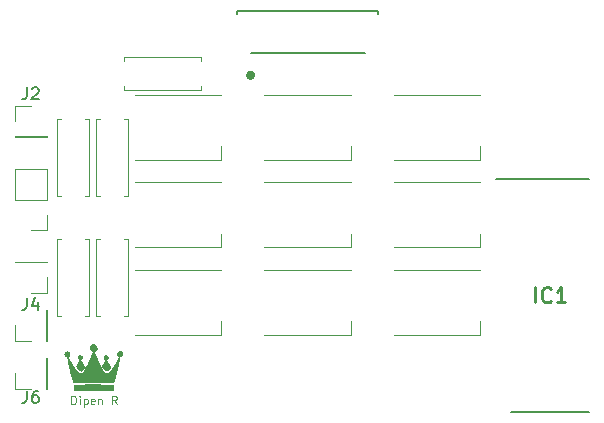
<source format=gbr>
%TF.GenerationSoftware,KiCad,Pcbnew,(6.0.5)*%
%TF.CreationDate,2022-11-09T18:14:35+05:30*%
%TF.ProjectId,USBNightLightV1,5553424e-6967-4687-944c-696768745631,rev?*%
%TF.SameCoordinates,Original*%
%TF.FileFunction,Legend,Top*%
%TF.FilePolarity,Positive*%
%FSLAX46Y46*%
G04 Gerber Fmt 4.6, Leading zero omitted, Abs format (unit mm)*
G04 Created by KiCad (PCBNEW (6.0.5)) date 2022-11-09 18:14:35*
%MOMM*%
%LPD*%
G01*
G04 APERTURE LIST*
%ADD10C,0.125000*%
%ADD11C,0.150000*%
%ADD12C,0.254000*%
%ADD13C,0.120000*%
%ADD14C,0.200000*%
%ADD15C,0.400000*%
G04 APERTURE END LIST*
D10*
X123576000Y-101154666D02*
X123576000Y-100454666D01*
X123742666Y-100454666D01*
X123842666Y-100488000D01*
X123909333Y-100554666D01*
X123942666Y-100621333D01*
X123976000Y-100754666D01*
X123976000Y-100854666D01*
X123942666Y-100988000D01*
X123909333Y-101054666D01*
X123842666Y-101121333D01*
X123742666Y-101154666D01*
X123576000Y-101154666D01*
X124276000Y-101154666D02*
X124276000Y-100688000D01*
X124276000Y-100454666D02*
X124242666Y-100488000D01*
X124276000Y-100521333D01*
X124309333Y-100488000D01*
X124276000Y-100454666D01*
X124276000Y-100521333D01*
X124609333Y-100688000D02*
X124609333Y-101388000D01*
X124609333Y-100721333D02*
X124676000Y-100688000D01*
X124809333Y-100688000D01*
X124876000Y-100721333D01*
X124909333Y-100754666D01*
X124942666Y-100821333D01*
X124942666Y-101021333D01*
X124909333Y-101088000D01*
X124876000Y-101121333D01*
X124809333Y-101154666D01*
X124676000Y-101154666D01*
X124609333Y-101121333D01*
X125509333Y-101121333D02*
X125442666Y-101154666D01*
X125309333Y-101154666D01*
X125242666Y-101121333D01*
X125209333Y-101054666D01*
X125209333Y-100788000D01*
X125242666Y-100721333D01*
X125309333Y-100688000D01*
X125442666Y-100688000D01*
X125509333Y-100721333D01*
X125542666Y-100788000D01*
X125542666Y-100854666D01*
X125209333Y-100921333D01*
X125842666Y-100688000D02*
X125842666Y-101154666D01*
X125842666Y-100754666D02*
X125876000Y-100721333D01*
X125942666Y-100688000D01*
X126042666Y-100688000D01*
X126109333Y-100721333D01*
X126142666Y-100788000D01*
X126142666Y-101154666D01*
X127409333Y-101154666D02*
X127176000Y-100821333D01*
X127009333Y-101154666D02*
X127009333Y-100454666D01*
X127276000Y-100454666D01*
X127342666Y-100488000D01*
X127376000Y-100521333D01*
X127409333Y-100588000D01*
X127409333Y-100688000D01*
X127376000Y-100754666D01*
X127342666Y-100788000D01*
X127276000Y-100821333D01*
X127009333Y-100821333D01*
D11*
%TO.C,J4*%
X119808666Y-92162380D02*
X119808666Y-92876666D01*
X119761047Y-93019523D01*
X119665809Y-93114761D01*
X119522952Y-93162380D01*
X119427714Y-93162380D01*
X120713428Y-92495714D02*
X120713428Y-93162380D01*
X120475333Y-92114761D02*
X120237238Y-92829047D01*
X120856285Y-92829047D01*
D12*
%TO.C,IC1*%
X162844238Y-92522523D02*
X162844238Y-91252523D01*
X164174714Y-92401571D02*
X164114238Y-92462047D01*
X163932809Y-92522523D01*
X163811857Y-92522523D01*
X163630428Y-92462047D01*
X163509476Y-92341095D01*
X163449000Y-92220142D01*
X163388523Y-91978238D01*
X163388523Y-91796809D01*
X163449000Y-91554904D01*
X163509476Y-91433952D01*
X163630428Y-91313000D01*
X163811857Y-91252523D01*
X163932809Y-91252523D01*
X164114238Y-91313000D01*
X164174714Y-91373476D01*
X165384238Y-92522523D02*
X164658523Y-92522523D01*
X165021380Y-92522523D02*
X165021380Y-91252523D01*
X164900428Y-91433952D01*
X164779476Y-91554904D01*
X164658523Y-91615380D01*
D11*
%TO.C,J2*%
X119808666Y-74338380D02*
X119808666Y-75052666D01*
X119761047Y-75195523D01*
X119665809Y-75290761D01*
X119522952Y-75338380D01*
X119427714Y-75338380D01*
X120237238Y-74433619D02*
X120284857Y-74386000D01*
X120380095Y-74338380D01*
X120618190Y-74338380D01*
X120713428Y-74386000D01*
X120761047Y-74433619D01*
X120808666Y-74528857D01*
X120808666Y-74624095D01*
X120761047Y-74766952D01*
X120189619Y-75338380D01*
X120808666Y-75338380D01*
%TO.C,J6*%
X119808666Y-100036380D02*
X119808666Y-100750666D01*
X119761047Y-100893523D01*
X119665809Y-100988761D01*
X119522952Y-101036380D01*
X119427714Y-101036380D01*
X120713428Y-100036380D02*
X120522952Y-100036380D01*
X120427714Y-100084000D01*
X120380095Y-100131619D01*
X120284857Y-100274476D01*
X120237238Y-100464952D01*
X120237238Y-100845904D01*
X120284857Y-100941142D01*
X120332476Y-100988761D01*
X120427714Y-101036380D01*
X120618190Y-101036380D01*
X120713428Y-100988761D01*
X120761047Y-100941142D01*
X120808666Y-100845904D01*
X120808666Y-100607809D01*
X120761047Y-100512571D01*
X120713428Y-100464952D01*
X120618190Y-100417333D01*
X120427714Y-100417333D01*
X120332476Y-100464952D01*
X120284857Y-100512571D01*
X120237238Y-100607809D01*
D13*
%TO.C,D5*%
X139919000Y-82363000D02*
X147219000Y-82363000D01*
X147219000Y-87863000D02*
X147219000Y-86713000D01*
X139919000Y-87863000D02*
X147219000Y-87863000D01*
%TO.C,D3*%
X158178000Y-80463000D02*
X158178000Y-79313000D01*
X150878000Y-80463000D02*
X158178000Y-80463000D01*
X150878000Y-74963000D02*
X158178000Y-74963000D01*
%TO.C,J5*%
X121472000Y-83825000D02*
X121472000Y-81225000D01*
X121472000Y-81225000D02*
X118812000Y-81225000D01*
X121472000Y-85095000D02*
X121472000Y-86425000D01*
X121472000Y-83825000D02*
X118812000Y-83825000D01*
X121472000Y-86425000D02*
X120142000Y-86425000D01*
X118812000Y-83825000D02*
X118812000Y-81225000D01*
%TO.C,D4*%
X136260000Y-87863000D02*
X136260000Y-86713000D01*
X128960000Y-87863000D02*
X136260000Y-87863000D01*
X128960000Y-82363000D02*
X136260000Y-82363000D01*
%TO.C,D8*%
X147219000Y-95263000D02*
X147219000Y-94113000D01*
X139919000Y-95263000D02*
X147219000Y-95263000D01*
X139919000Y-89763000D02*
X147219000Y-89763000D01*
%TO.C,D2*%
X139919000Y-80463000D02*
X147219000Y-80463000D01*
X147219000Y-80463000D02*
X147219000Y-79313000D01*
X139919000Y-74963000D02*
X147219000Y-74963000D01*
%TO.C,R3*%
X128040000Y-83534000D02*
X128370000Y-83534000D01*
X128370000Y-83534000D02*
X128370000Y-76994000D01*
X128370000Y-76994000D02*
X128040000Y-76994000D01*
X125630000Y-83534000D02*
X125630000Y-76994000D01*
X125630000Y-76994000D02*
X125960000Y-76994000D01*
X125960000Y-83534000D02*
X125630000Y-83534000D01*
%TO.C,J4*%
X121412000Y-93158000D02*
X121472000Y-93158000D01*
X121472000Y-95818000D02*
X121472000Y-93158000D01*
X120142000Y-95818000D02*
X118812000Y-95818000D01*
X121412000Y-95818000D02*
X121472000Y-95818000D01*
X121412000Y-95818000D02*
X121412000Y-93158000D01*
X118812000Y-95818000D02*
X118812000Y-94488000D01*
D14*
%TO.C,IC1*%
X159549000Y-82103000D02*
X167384000Y-82103000D01*
X160784000Y-101793000D02*
X167384000Y-101793000D01*
D13*
%TO.C,J3*%
X121472000Y-89154000D02*
X118812000Y-89154000D01*
X121472000Y-89154000D02*
X121472000Y-89094000D01*
X121472000Y-90424000D02*
X121472000Y-91754000D01*
X121472000Y-89094000D02*
X118812000Y-89094000D01*
X121472000Y-91754000D02*
X120142000Y-91754000D01*
X118812000Y-89154000D02*
X118812000Y-89094000D01*
%TO.C,R4*%
X122328000Y-87154000D02*
X122658000Y-87154000D01*
X125068000Y-93694000D02*
X125068000Y-87154000D01*
X122328000Y-93694000D02*
X122328000Y-87154000D01*
X124738000Y-93694000D02*
X125068000Y-93694000D01*
X125068000Y-87154000D02*
X124738000Y-87154000D01*
X122658000Y-93694000D02*
X122328000Y-93694000D01*
%TO.C,J2*%
X118812000Y-75886000D02*
X120142000Y-75886000D01*
X118812000Y-78486000D02*
X118812000Y-78546000D01*
X118812000Y-77216000D02*
X118812000Y-75886000D01*
X118812000Y-78546000D02*
X121472000Y-78546000D01*
X121472000Y-78486000D02*
X121472000Y-78546000D01*
X118812000Y-78486000D02*
X121472000Y-78486000D01*
%TO.C,D9*%
X150878000Y-95263000D02*
X158178000Y-95263000D01*
X158178000Y-95263000D02*
X158178000Y-94113000D01*
X150878000Y-89763000D02*
X158178000Y-89763000D01*
%TO.C,D6*%
X158178000Y-87863000D02*
X158178000Y-86713000D01*
X150878000Y-82363000D02*
X158178000Y-82363000D01*
X150878000Y-87863000D02*
X158178000Y-87863000D01*
%TO.C,R2*%
X124738000Y-83534000D02*
X125068000Y-83534000D01*
X125068000Y-76994000D02*
X124738000Y-76994000D01*
X122658000Y-83534000D02*
X122328000Y-83534000D01*
X122328000Y-83534000D02*
X122328000Y-76994000D01*
X125068000Y-83534000D02*
X125068000Y-76994000D01*
X122328000Y-76994000D02*
X122658000Y-76994000D01*
%TO.C,R5*%
X134588000Y-74522000D02*
X134588000Y-74192000D01*
X134588000Y-71782000D02*
X134588000Y-72112000D01*
X128048000Y-72112000D02*
X128048000Y-71782000D01*
X128048000Y-74522000D02*
X134588000Y-74522000D01*
X128048000Y-71782000D02*
X134588000Y-71782000D01*
X128048000Y-74192000D02*
X128048000Y-74522000D01*
D14*
%TO.C,J1*%
X149538025Y-67831100D02*
X149538025Y-68110100D01*
X149538025Y-67831100D02*
X137600025Y-67831100D01*
X137600025Y-67831100D02*
X137600025Y-68110100D01*
X148395025Y-71463100D02*
X138743025Y-71463100D01*
D15*
X138936466Y-73317100D02*
G75*
G03*
X138936466Y-73317100I-193441J0D01*
G01*
%TO.C,G\u002A\u002A\u002A*%
G36*
X125537517Y-96065378D02*
G01*
X125595783Y-96082325D01*
X125649407Y-96109960D01*
X125696998Y-96147444D01*
X125737166Y-96193940D01*
X125759991Y-96231150D01*
X125786126Y-96293300D01*
X125799902Y-96356363D01*
X125801305Y-96419747D01*
X125790319Y-96482864D01*
X125768058Y-96542752D01*
X125749128Y-96575297D01*
X125723502Y-96608738D01*
X125693532Y-96640848D01*
X125661567Y-96669398D01*
X125629956Y-96692159D01*
X125601048Y-96706905D01*
X125591920Y-96709781D01*
X125575866Y-96717715D01*
X125570877Y-96731084D01*
X125575827Y-96748791D01*
X125581858Y-96762053D01*
X125588238Y-96776582D01*
X125595826Y-96794421D01*
X125605480Y-96817614D01*
X125618059Y-96848205D01*
X125634421Y-96888238D01*
X125635381Y-96890591D01*
X125653261Y-96934372D01*
X125667163Y-96968303D01*
X125677806Y-96994122D01*
X125685906Y-97013566D01*
X125692182Y-97028373D01*
X125694772Y-97034377D01*
X125699161Y-97044856D01*
X125707116Y-97064181D01*
X125717511Y-97089610D01*
X125729222Y-97118399D01*
X125729374Y-97118773D01*
X125745980Y-97159617D01*
X125758973Y-97191373D01*
X125769392Y-97216561D01*
X125778276Y-97237696D01*
X125783548Y-97250055D01*
X125795022Y-97276792D01*
X125803282Y-97295992D01*
X125810035Y-97311611D01*
X125816987Y-97327607D01*
X125818707Y-97331558D01*
X125825783Y-97347980D01*
X125836377Y-97372790D01*
X125849155Y-97402852D01*
X125862781Y-97435032D01*
X125865286Y-97440960D01*
X125879478Y-97474328D01*
X125893652Y-97507245D01*
X125906271Y-97536163D01*
X125915796Y-97557537D01*
X125916695Y-97559506D01*
X125928166Y-97584605D01*
X125941870Y-97614679D01*
X125954883Y-97643311D01*
X125955150Y-97643902D01*
X125968076Y-97672382D01*
X125981714Y-97702414D01*
X125993164Y-97727608D01*
X125993397Y-97728120D01*
X126001953Y-97746332D01*
X126014748Y-97772781D01*
X126030964Y-97805835D01*
X126049782Y-97843866D01*
X126070382Y-97885244D01*
X126091945Y-97928339D01*
X126113653Y-97971521D01*
X126134685Y-98013162D01*
X126154224Y-98051631D01*
X126171450Y-98085298D01*
X126185544Y-98112535D01*
X126195687Y-98131712D01*
X126200866Y-98140899D01*
X126211867Y-98158856D01*
X126221315Y-98175283D01*
X126229054Y-98188849D01*
X126241033Y-98209108D01*
X126255928Y-98233896D01*
X126272413Y-98261047D01*
X126289162Y-98288398D01*
X126304850Y-98313785D01*
X126318151Y-98335043D01*
X126327739Y-98350008D01*
X126332289Y-98356515D01*
X126332357Y-98356577D01*
X126337534Y-98362684D01*
X126348239Y-98376462D01*
X126362612Y-98395495D01*
X126370861Y-98406589D01*
X126412466Y-98457737D01*
X126454535Y-98499676D01*
X126496030Y-98531527D01*
X126535909Y-98552409D01*
X126548512Y-98556736D01*
X126566242Y-98560630D01*
X126583035Y-98560281D01*
X126604573Y-98555427D01*
X126609810Y-98553934D01*
X126644603Y-98540595D01*
X126682340Y-98520854D01*
X126717629Y-98497624D01*
X126726000Y-98491162D01*
X126743644Y-98475688D01*
X126767352Y-98453063D01*
X126794948Y-98425537D01*
X126824259Y-98395364D01*
X126853109Y-98364794D01*
X126879323Y-98336078D01*
X126900726Y-98311470D01*
X126907326Y-98303439D01*
X126924503Y-98282234D01*
X126938878Y-98264836D01*
X126948600Y-98253467D01*
X126951624Y-98250301D01*
X126956457Y-98244367D01*
X126967291Y-98229842D01*
X126982954Y-98208372D01*
X127002273Y-98181607D01*
X127024076Y-98151193D01*
X127047191Y-98118779D01*
X127070445Y-98086013D01*
X127092668Y-98054542D01*
X127112685Y-98026014D01*
X127129326Y-98002077D01*
X127141417Y-97984379D01*
X127147788Y-97974568D01*
X127147875Y-97974419D01*
X127152726Y-97966385D01*
X127163226Y-97949223D01*
X127178447Y-97924441D01*
X127197464Y-97893545D01*
X127219350Y-97858041D01*
X127243178Y-97819437D01*
X127243187Y-97819422D01*
X127266647Y-97781323D01*
X127287792Y-97746761D01*
X127305774Y-97717141D01*
X127319742Y-97693871D01*
X127328849Y-97678355D01*
X127332244Y-97672001D01*
X127332250Y-97671958D01*
X127335274Y-97665480D01*
X127343337Y-97651042D01*
X127354919Y-97631330D01*
X127359647Y-97623478D01*
X127375510Y-97596829D01*
X127391645Y-97568966D01*
X127404772Y-97545558D01*
X127405687Y-97543877D01*
X127418961Y-97519486D01*
X127432736Y-97494317D01*
X127439866Y-97481362D01*
X127449363Y-97463929D01*
X127462681Y-97439176D01*
X127477814Y-97410842D01*
X127488500Y-97390715D01*
X127503440Y-97362567D01*
X127517715Y-97335806D01*
X127529429Y-97313975D01*
X127535273Y-97303193D01*
X127559041Y-97259541D01*
X127578553Y-97223301D01*
X127593367Y-97195309D01*
X127603042Y-97176399D01*
X127607138Y-97167406D01*
X127607250Y-97166885D01*
X127602407Y-97161938D01*
X127590210Y-97153388D01*
X127583812Y-97149396D01*
X127557446Y-97129424D01*
X127531470Y-97102691D01*
X127507800Y-97071994D01*
X127488349Y-97040130D01*
X127475034Y-97009898D01*
X127469768Y-96984094D01*
X127469750Y-96982744D01*
X127467934Y-96963679D01*
X127464225Y-96946261D01*
X127462088Y-96925259D01*
X127464320Y-96896737D01*
X127470165Y-96864577D01*
X127478871Y-96832665D01*
X127489683Y-96804886D01*
X127492897Y-96798540D01*
X127510051Y-96772223D01*
X127532797Y-96744623D01*
X127557918Y-96719119D01*
X127582198Y-96699086D01*
X127595410Y-96690899D01*
X127648636Y-96670474D01*
X127703805Y-96662127D01*
X127759537Y-96665882D01*
X127814448Y-96681763D01*
X127826000Y-96686757D01*
X127843502Y-96697838D01*
X127865501Y-96716019D01*
X127889053Y-96738354D01*
X127911211Y-96761900D01*
X127929031Y-96783710D01*
X127939171Y-96799944D01*
X127960446Y-96858647D01*
X127969424Y-96915387D01*
X127966121Y-96970342D01*
X127959206Y-96999444D01*
X127942194Y-97040692D01*
X127917360Y-97081270D01*
X127887603Y-97117029D01*
X127860557Y-97140571D01*
X127834310Y-97156878D01*
X127805065Y-97171194D01*
X127776841Y-97181828D01*
X127753660Y-97187088D01*
X127749303Y-97187364D01*
X127740978Y-97190248D01*
X127734079Y-97199809D01*
X127727800Y-97217853D01*
X127721337Y-97246183D01*
X127719964Y-97253181D01*
X127714181Y-97280487D01*
X127707384Y-97308845D01*
X127703743Y-97322497D01*
X127698524Y-97343594D01*
X127695279Y-97361789D01*
X127694750Y-97368421D01*
X127693161Y-97382553D01*
X127689113Y-97402869D01*
X127686178Y-97414759D01*
X127679469Y-97441185D01*
X127672821Y-97469211D01*
X127670807Y-97478236D01*
X127665592Y-97501982D01*
X127659257Y-97530511D01*
X127654865Y-97550129D01*
X127648849Y-97577395D01*
X127641847Y-97609900D01*
X127635370Y-97640630D01*
X127635339Y-97640776D01*
X127628993Y-97670786D01*
X127622220Y-97701952D01*
X127616455Y-97727670D01*
X127616311Y-97728298D01*
X127605107Y-97777316D01*
X127594850Y-97822983D01*
X127586258Y-97862071D01*
X127581453Y-97884586D01*
X127576242Y-97909154D01*
X127570084Y-97937714D01*
X127566669Y-97953353D01*
X127561136Y-97978783D01*
X127554457Y-98009859D01*
X127548047Y-98039989D01*
X127547860Y-98040875D01*
X127542119Y-98067682D01*
X127536645Y-98092605D01*
X127532497Y-98110840D01*
X127532038Y-98112767D01*
X127528094Y-98129889D01*
X127522717Y-98154133D01*
X127517041Y-98180385D01*
X127516797Y-98181534D01*
X127503629Y-98242333D01*
X127489829Y-98304220D01*
X127479257Y-98350326D01*
X127473258Y-98377114D01*
X127466859Y-98407211D01*
X127463809Y-98422218D01*
X127457874Y-98451025D01*
X127451084Y-98482436D01*
X127447753Y-98497237D01*
X127442026Y-98522666D01*
X127435185Y-98553742D01*
X127428680Y-98583872D01*
X127428491Y-98584758D01*
X127422306Y-98612587D01*
X127414411Y-98646331D01*
X127405559Y-98682958D01*
X127396503Y-98719436D01*
X127387994Y-98752735D01*
X127380786Y-98779821D01*
X127375743Y-98797311D01*
X127371291Y-98811980D01*
X127364253Y-98835785D01*
X127355469Y-98865838D01*
X127345778Y-98899250D01*
X127336019Y-98933132D01*
X127327030Y-98964595D01*
X127322180Y-98981731D01*
X127315829Y-99003884D01*
X127310047Y-99023390D01*
X127307453Y-99031743D01*
X127303185Y-99045907D01*
X127297099Y-99067215D01*
X127291349Y-99088007D01*
X127284904Y-99110566D01*
X127275840Y-99140824D01*
X127265425Y-99174599D01*
X127256233Y-99203661D01*
X127245860Y-99236236D01*
X127235846Y-99268096D01*
X127227389Y-99295402D01*
X127222055Y-99313063D01*
X127214895Y-99335240D01*
X127207527Y-99354757D01*
X127203737Y-99363075D01*
X127195537Y-99378704D01*
X125479881Y-99380278D01*
X123764224Y-99381852D01*
X123754487Y-99367947D01*
X123747146Y-99354735D01*
X123744750Y-99346126D01*
X123742913Y-99337787D01*
X123737926Y-99320091D01*
X123730577Y-99295547D01*
X123721649Y-99266666D01*
X123711930Y-99235956D01*
X123702205Y-99205928D01*
X123693261Y-99179092D01*
X123685883Y-99157957D01*
X123685452Y-99156774D01*
X123680024Y-99140861D01*
X123672385Y-99117126D01*
X123663866Y-99089734D01*
X123660493Y-99078630D01*
X123651916Y-99050427D01*
X123643654Y-99023687D01*
X123637076Y-99002830D01*
X123635301Y-98997360D01*
X123626931Y-98971327D01*
X123616170Y-98936971D01*
X123604149Y-98897965D01*
X123592004Y-98857983D01*
X123582270Y-98825443D01*
X123572769Y-98793941D01*
X123561947Y-98758856D01*
X123553435Y-98731843D01*
X123546326Y-98708627D01*
X123541052Y-98689542D01*
X123538575Y-98678105D01*
X123538500Y-98677057D01*
X123535581Y-98665045D01*
X123532349Y-98658129D01*
X123527961Y-98647089D01*
X123521152Y-98625799D01*
X123512471Y-98596156D01*
X123502469Y-98560056D01*
X123491695Y-98519394D01*
X123488401Y-98506614D01*
X123484723Y-98492333D01*
X123478697Y-98469027D01*
X123471121Y-98439775D01*
X123462791Y-98407654D01*
X123461703Y-98403464D01*
X123447616Y-98347999D01*
X123436530Y-98301454D01*
X123427765Y-98260804D01*
X123420638Y-98223020D01*
X123419412Y-98215918D01*
X123416135Y-98198132D01*
X123410905Y-98171444D01*
X123404387Y-98139175D01*
X123397244Y-98104650D01*
X123395666Y-98097138D01*
X123387507Y-98058109D01*
X123378869Y-98016312D01*
X123370775Y-97976724D01*
X123364248Y-97944324D01*
X123364179Y-97943976D01*
X123352759Y-97886922D01*
X123341942Y-97833561D01*
X123332351Y-97786955D01*
X123325947Y-97756430D01*
X123321437Y-97733785D01*
X123316411Y-97706508D01*
X123313690Y-97690788D01*
X123309250Y-97665328D01*
X123303579Y-97634216D01*
X123297883Y-97604066D01*
X123297728Y-97603267D01*
X123292211Y-97573922D01*
X123286857Y-97544063D01*
X123282780Y-97519905D01*
X123282616Y-97518871D01*
X123278134Y-97492901D01*
X123273011Y-97466551D01*
X123270816Y-97456356D01*
X123266971Y-97437684D01*
X123261971Y-97411077D01*
X123256631Y-97380945D01*
X123254052Y-97365708D01*
X123249019Y-97337029D01*
X123244009Y-97311160D01*
X123239762Y-97291808D01*
X123237952Y-97285068D01*
X123233897Y-97265654D01*
X123232157Y-97244433D01*
X123229785Y-97220954D01*
X123221501Y-97203960D01*
X123205215Y-97191057D01*
X123178837Y-97179851D01*
X123174484Y-97178370D01*
X123120874Y-97154393D01*
X123075698Y-97121541D01*
X123039611Y-97080722D01*
X123013266Y-97032847D01*
X122997316Y-96978825D01*
X122992387Y-96924975D01*
X122998036Y-96867748D01*
X123014745Y-96814749D01*
X123041615Y-96767287D01*
X123077747Y-96726672D01*
X123122244Y-96694215D01*
X123164024Y-96674722D01*
X123190718Y-96667812D01*
X123222999Y-96663610D01*
X123256549Y-96662274D01*
X123287051Y-96663958D01*
X123310186Y-96668821D01*
X123311643Y-96669373D01*
X123368957Y-96697606D01*
X123415678Y-96732455D01*
X123451854Y-96773977D01*
X123477534Y-96822229D01*
X123492768Y-96877268D01*
X123493612Y-96882452D01*
X123495719Y-96908253D01*
X123495274Y-96937853D01*
X123492667Y-96967922D01*
X123488292Y-96995126D01*
X123482541Y-97016133D01*
X123476601Y-97026899D01*
X123470302Y-97039076D01*
X123469746Y-97043442D01*
X123465436Y-97055349D01*
X123454066Y-97072777D01*
X123437967Y-97092995D01*
X123419467Y-97113270D01*
X123400897Y-97130869D01*
X123385024Y-97142798D01*
X123369328Y-97153770D01*
X123359328Y-97163543D01*
X123357447Y-97167543D01*
X123360152Y-97175634D01*
X123367618Y-97192354D01*
X123378658Y-97215333D01*
X123392085Y-97242205D01*
X123406709Y-97270602D01*
X123421342Y-97298157D01*
X123434797Y-97322501D01*
X123438064Y-97328199D01*
X123445112Y-97340887D01*
X123456420Y-97361819D01*
X123470462Y-97388154D01*
X123485717Y-97417050D01*
X123486660Y-97418846D01*
X123502012Y-97448050D01*
X123514560Y-97471729D01*
X123525674Y-97492340D01*
X123536720Y-97512341D01*
X123549066Y-97534188D01*
X123564079Y-97560339D01*
X123583128Y-97593249D01*
X123598244Y-97619295D01*
X123615809Y-97649604D01*
X123631739Y-97677186D01*
X123644699Y-97699724D01*
X123653354Y-97714900D01*
X123655604Y-97718920D01*
X123665271Y-97735558D01*
X123676257Y-97753304D01*
X123686497Y-97769926D01*
X123694592Y-97784196D01*
X123694782Y-97784561D01*
X123701989Y-97797213D01*
X123712822Y-97814912D01*
X123718312Y-97823553D01*
X123728217Y-97839192D01*
X123742717Y-97862418D01*
X123759895Y-97890145D01*
X123777833Y-97919289D01*
X123778546Y-97920452D01*
X123799446Y-97953691D01*
X123822786Y-97989461D01*
X123845447Y-98023047D01*
X123861359Y-98045680D01*
X123877469Y-98068225D01*
X123890429Y-98086870D01*
X123898729Y-98099411D01*
X123901000Y-98103576D01*
X123904740Y-98110636D01*
X123915168Y-98125849D01*
X123931092Y-98147661D01*
X123951323Y-98174515D01*
X123974669Y-98204857D01*
X123999940Y-98237133D01*
X124025945Y-98269787D01*
X124051494Y-98301264D01*
X124063614Y-98315942D01*
X124116799Y-98377652D01*
X124165350Y-98428999D01*
X124210239Y-98470799D01*
X124252439Y-98503865D01*
X124292923Y-98529009D01*
X124332663Y-98547045D01*
X124345089Y-98551354D01*
X124367824Y-98558431D01*
X124383182Y-98561770D01*
X124395668Y-98561519D01*
X124409784Y-98557828D01*
X124421319Y-98553882D01*
X124449380Y-98540165D01*
X124481677Y-98517985D01*
X124515780Y-98489455D01*
X124549260Y-98456690D01*
X124579686Y-98421803D01*
X124592381Y-98405078D01*
X124606122Y-98386357D01*
X124619766Y-98368290D01*
X124620718Y-98367057D01*
X124629062Y-98355345D01*
X124640773Y-98337755D01*
X124654096Y-98317076D01*
X124667277Y-98296094D01*
X124678561Y-98277599D01*
X124686194Y-98264377D01*
X124688500Y-98259369D01*
X124691558Y-98253503D01*
X124699950Y-98238964D01*
X124712498Y-98217754D01*
X124728027Y-98191873D01*
X124733162Y-98183380D01*
X124748390Y-98157227D01*
X124767808Y-98122323D01*
X124790091Y-98081138D01*
X124813915Y-98036141D01*
X124837957Y-97989803D01*
X124856600Y-97953142D01*
X124884902Y-97896733D01*
X124908625Y-97848987D01*
X124928940Y-97807464D01*
X124947020Y-97769724D01*
X124964037Y-97733331D01*
X124981161Y-97695843D01*
X124994673Y-97665782D01*
X125003806Y-97645497D01*
X125015007Y-97620807D01*
X125021583Y-97606393D01*
X125039427Y-97566927D01*
X125061618Y-97517024D01*
X125075959Y-97484488D01*
X125081178Y-97472737D01*
X125089741Y-97453577D01*
X125099861Y-97431002D01*
X125100603Y-97429350D01*
X125109864Y-97408061D01*
X125116662Y-97391163D01*
X125119699Y-97381909D01*
X125119750Y-97381408D01*
X125122357Y-97372557D01*
X125128640Y-97358629D01*
X125128756Y-97358401D01*
X125133744Y-97348265D01*
X125139667Y-97335473D01*
X125147102Y-97318683D01*
X125156621Y-97296548D01*
X125168799Y-97267727D01*
X125184210Y-97230874D01*
X125203429Y-97184646D01*
X125217780Y-97150030D01*
X125225307Y-97131908D01*
X125231605Y-97116820D01*
X125232097Y-97115647D01*
X125236069Y-97106074D01*
X125243946Y-97086998D01*
X125254878Y-97060481D01*
X125268015Y-97028583D01*
X125282353Y-96993742D01*
X125297124Y-96957909D01*
X125310823Y-96924818D01*
X125322519Y-96896703D01*
X125331284Y-96875797D01*
X125336053Y-96864641D01*
X125341914Y-96850516D01*
X125344710Y-96842110D01*
X125344749Y-96841716D01*
X125347106Y-96834657D01*
X125353153Y-96820022D01*
X125358318Y-96808277D01*
X125374120Y-96771493D01*
X125383911Y-96744535D01*
X125387904Y-96726386D01*
X125386314Y-96716029D01*
X125379353Y-96712447D01*
X125378437Y-96712423D01*
X125359729Y-96707789D01*
X125335531Y-96695116D01*
X125308010Y-96676246D01*
X125279337Y-96653019D01*
X125251679Y-96627277D01*
X125227206Y-96600861D01*
X125208087Y-96575613D01*
X125199437Y-96560448D01*
X125180470Y-96517565D01*
X125167821Y-96481119D01*
X125160526Y-96447385D01*
X125157621Y-96412635D01*
X125157469Y-96398193D01*
X125163783Y-96331929D01*
X125181728Y-96269723D01*
X125210960Y-96212421D01*
X125251136Y-96160869D01*
X125256193Y-96155601D01*
X125304358Y-96114179D01*
X125356314Y-96084593D01*
X125412605Y-96066608D01*
X125473777Y-96059985D01*
X125476000Y-96059956D01*
X125537517Y-96065378D01*
G37*
G36*
X124363223Y-97000645D02*
G01*
X124392975Y-97003735D01*
X124416084Y-97009553D01*
X124419750Y-97011156D01*
X124462914Y-97036536D01*
X124497019Y-97065429D01*
X124511755Y-97083073D01*
X124530028Y-97109674D01*
X124542119Y-97131077D01*
X124549275Y-97151311D01*
X124552742Y-97174404D01*
X124553769Y-97204382D01*
X124553776Y-97218797D01*
X124553352Y-97249505D01*
X124551918Y-97271359D01*
X124548818Y-97288003D01*
X124543399Y-97303081D01*
X124535821Y-97318664D01*
X124508706Y-97361310D01*
X124477340Y-97392967D01*
X124455382Y-97407120D01*
X124441541Y-97414526D01*
X124432452Y-97421299D01*
X124428309Y-97429361D01*
X124429306Y-97440634D01*
X124435636Y-97457040D01*
X124447494Y-97480501D01*
X124465072Y-97512939D01*
X124466262Y-97515119D01*
X124479306Y-97538815D01*
X124491616Y-97560825D01*
X124500695Y-97576687D01*
X124501253Y-97577634D01*
X124510534Y-97593888D01*
X124523893Y-97618188D01*
X124541886Y-97651563D01*
X124564521Y-97694002D01*
X124574082Y-97710576D01*
X124585355Y-97728383D01*
X124585375Y-97728412D01*
X124596176Y-97744949D01*
X124605069Y-97759173D01*
X124605314Y-97759582D01*
X124611146Y-97769119D01*
X124622240Y-97787053D01*
X124637231Y-97811184D01*
X124654751Y-97839309D01*
X124663499Y-97853328D01*
X124681738Y-97882573D01*
X124698092Y-97908862D01*
X124711194Y-97929992D01*
X124719678Y-97943764D01*
X124721685Y-97947075D01*
X124730386Y-97961043D01*
X124741193Y-97977658D01*
X124741625Y-97978306D01*
X124753652Y-97997519D01*
X124765253Y-98017741D01*
X124765430Y-98018069D01*
X124772405Y-98032275D01*
X124773169Y-98041028D01*
X124767723Y-98049726D01*
X124765430Y-98052479D01*
X124755961Y-98063387D01*
X124750670Y-98069006D01*
X124745552Y-98075862D01*
X124736787Y-98089385D01*
X124732972Y-98095575D01*
X124723104Y-98109852D01*
X124715049Y-98118159D01*
X124712990Y-98119019D01*
X124707553Y-98123902D01*
X124707250Y-98126200D01*
X124703002Y-98136189D01*
X124691255Y-98153198D01*
X124673499Y-98175563D01*
X124651224Y-98201619D01*
X124625923Y-98229701D01*
X124599085Y-98258144D01*
X124572203Y-98285283D01*
X124546767Y-98309452D01*
X124529581Y-98324592D01*
X124490262Y-98355454D01*
X124456548Y-98376667D01*
X124426955Y-98388878D01*
X124399998Y-98392735D01*
X124379125Y-98390191D01*
X124350843Y-98379993D01*
X124319614Y-98361820D01*
X124284281Y-98334864D01*
X124243684Y-98298319D01*
X124234097Y-98289073D01*
X124180610Y-98234217D01*
X124130334Y-98176624D01*
X124080949Y-98113455D01*
X124030135Y-98041870D01*
X124020347Y-98027409D01*
X123969258Y-97951428D01*
X124052635Y-97814857D01*
X124075494Y-97777333D01*
X124096310Y-97743014D01*
X124114154Y-97713441D01*
X124128099Y-97690157D01*
X124137217Y-97674701D01*
X124140461Y-97668908D01*
X124146184Y-97657908D01*
X124155297Y-97641365D01*
X124159166Y-97634525D01*
X124168441Y-97617967D01*
X124181496Y-97594291D01*
X124196193Y-97567389D01*
X124203860Y-97553255D01*
X124218630Y-97526033D01*
X124232937Y-97499799D01*
X124244608Y-97478531D01*
X124248900Y-97470781D01*
X124260157Y-97447076D01*
X124262681Y-97430298D01*
X124256244Y-97418217D01*
X124242692Y-97409557D01*
X124215603Y-97391402D01*
X124188996Y-97364036D01*
X124165692Y-97330529D01*
X124159297Y-97318822D01*
X124150528Y-97299766D01*
X124144942Y-97281561D01*
X124141665Y-97260017D01*
X124139823Y-97230947D01*
X124139566Y-97224333D01*
X124139165Y-97192107D01*
X124141449Y-97166846D01*
X124147613Y-97144552D01*
X124158848Y-97121227D01*
X124176348Y-97092873D01*
X124180821Y-97086072D01*
X124198232Y-97065689D01*
X124223050Y-97043932D01*
X124251082Y-97024077D01*
X124278133Y-97009400D01*
X124280019Y-97008594D01*
X124302155Y-97002991D01*
X124331420Y-97000369D01*
X124363223Y-97000645D01*
G37*
G36*
X126554766Y-97000856D02*
G01*
X126584994Y-97004857D01*
X126605075Y-97010934D01*
X126648478Y-97036768D01*
X126686281Y-97071467D01*
X126716306Y-97112521D01*
X126736373Y-97157425D01*
X126738386Y-97164325D01*
X126743451Y-97199790D01*
X126742111Y-97240412D01*
X126734900Y-97280950D01*
X126723043Y-97314730D01*
X126706796Y-97341095D01*
X126683352Y-97369356D01*
X126656487Y-97395421D01*
X126630687Y-97414766D01*
X126618450Y-97426506D01*
X126613433Y-97439925D01*
X126616843Y-97450953D01*
X126619354Y-97452985D01*
X126626190Y-97460759D01*
X126633917Y-97473672D01*
X126643271Y-97491665D01*
X126656735Y-97517149D01*
X126672441Y-97546631D01*
X126688523Y-97576620D01*
X126703115Y-97603623D01*
X126714349Y-97624150D01*
X126714902Y-97625147D01*
X126726587Y-97646317D01*
X126740670Y-97672000D01*
X126750917Y-97690788D01*
X126763745Y-97713394D01*
X126776536Y-97734356D01*
X126785054Y-97747052D01*
X126795414Y-97762111D01*
X126802595Y-97774157D01*
X126803091Y-97775184D01*
X126809548Y-97787060D01*
X126818256Y-97801107D01*
X126836985Y-97830110D01*
X126857360Y-97862494D01*
X126878324Y-97896481D01*
X126898818Y-97930296D01*
X126917783Y-97962163D01*
X126934160Y-97990305D01*
X126946891Y-98012945D01*
X126954917Y-98028307D01*
X126957250Y-98034333D01*
X126953355Y-98044413D01*
X126942534Y-98062244D01*
X126926081Y-98086155D01*
X126905289Y-98114477D01*
X126881452Y-98145540D01*
X126855863Y-98177675D01*
X126829817Y-98209212D01*
X126804608Y-98238482D01*
X126781528Y-98263815D01*
X126770992Y-98274684D01*
X126733699Y-98310848D01*
X126702009Y-98338574D01*
X126673941Y-98359365D01*
X126647515Y-98374723D01*
X126627436Y-98383638D01*
X126607451Y-98390640D01*
X126591457Y-98393109D01*
X126574674Y-98390924D01*
X126552322Y-98383965D01*
X126545640Y-98381587D01*
X126507088Y-98362580D01*
X126464506Y-98331847D01*
X126417880Y-98289374D01*
X126367198Y-98235147D01*
X126312445Y-98169152D01*
X126253611Y-98091376D01*
X126192540Y-98004533D01*
X126179019Y-97983544D01*
X126168852Y-97965559D01*
X126163774Y-97953715D01*
X126163500Y-97951940D01*
X126166642Y-97943117D01*
X126175244Y-97926039D01*
X126188063Y-97903010D01*
X126203859Y-97876331D01*
X126207250Y-97870787D01*
X126223359Y-97844417D01*
X126236797Y-97822097D01*
X126246353Y-97805860D01*
X126250819Y-97797740D01*
X126251000Y-97797228D01*
X126254174Y-97791206D01*
X126262519Y-97777652D01*
X126274265Y-97759436D01*
X126274923Y-97758434D01*
X126287611Y-97738734D01*
X126297755Y-97722252D01*
X126303102Y-97712669D01*
X126308993Y-97701437D01*
X126318239Y-97685400D01*
X126320638Y-97681411D01*
X126331151Y-97663470D01*
X126344076Y-97640579D01*
X126352559Y-97625147D01*
X126366557Y-97599406D01*
X126381701Y-97571672D01*
X126389225Y-97557943D01*
X126402713Y-97533332D01*
X126417945Y-97505463D01*
X126426827Y-97489176D01*
X126437791Y-97469503D01*
X126446974Y-97453835D01*
X126451935Y-97446208D01*
X126454866Y-97434021D01*
X126447260Y-97421562D01*
X126435042Y-97413581D01*
X126403538Y-97393080D01*
X126374803Y-97362849D01*
X126350563Y-97325619D01*
X126332546Y-97284121D01*
X126322476Y-97241083D01*
X126321732Y-97234384D01*
X126323439Y-97188098D01*
X126336272Y-97142443D01*
X126358934Y-97099433D01*
X126390127Y-97061086D01*
X126428554Y-97029418D01*
X126466803Y-97008893D01*
X126490723Y-97002801D01*
X126521694Y-97000147D01*
X126554766Y-97000856D01*
G37*
G36*
X125455717Y-99487229D02*
G01*
X125582631Y-99487281D01*
X125709042Y-99487376D01*
X125834331Y-99487514D01*
X125957878Y-99487696D01*
X126079065Y-99487920D01*
X126197274Y-99488188D01*
X126311884Y-99488497D01*
X126422279Y-99488849D01*
X126527837Y-99489243D01*
X126627942Y-99489679D01*
X126721973Y-99490157D01*
X126809312Y-99490677D01*
X126889341Y-99491238D01*
X126961439Y-99491840D01*
X127024989Y-99492483D01*
X127079372Y-99493167D01*
X127123968Y-99493891D01*
X127158160Y-99494656D01*
X127181327Y-99495462D01*
X127192851Y-99496307D01*
X127194053Y-99496643D01*
X127195928Y-99503144D01*
X127197425Y-99518084D01*
X127198555Y-99542099D01*
X127199331Y-99575825D01*
X127199767Y-99619899D01*
X127199874Y-99674958D01*
X127199665Y-99741638D01*
X127199505Y-99770148D01*
X127197875Y-100035115D01*
X125481740Y-100036689D01*
X125336086Y-100036808D01*
X125193688Y-100036894D01*
X125055051Y-100036949D01*
X124920684Y-100036973D01*
X124791091Y-100036967D01*
X124666781Y-100036932D01*
X124548259Y-100036869D01*
X124436032Y-100036778D01*
X124330606Y-100036660D01*
X124232489Y-100036516D01*
X124142187Y-100036347D01*
X124060207Y-100036153D01*
X123987054Y-100035936D01*
X123923236Y-100035695D01*
X123869260Y-100035432D01*
X123825631Y-100035147D01*
X123792857Y-100034842D01*
X123771444Y-100034517D01*
X123761899Y-100034173D01*
X123761427Y-100034084D01*
X123760537Y-100027137D01*
X123759712Y-100009003D01*
X123758972Y-99980999D01*
X123758338Y-99944443D01*
X123757830Y-99900651D01*
X123757470Y-99850941D01*
X123757277Y-99796628D01*
X123757250Y-99766507D01*
X123757346Y-99697329D01*
X123757652Y-99639845D01*
X123758188Y-99593248D01*
X123758978Y-99556732D01*
X123760044Y-99529490D01*
X123761408Y-99510714D01*
X123763092Y-99499597D01*
X123764749Y-99495607D01*
X123771773Y-99494751D01*
X123790670Y-99493941D01*
X123820821Y-99493179D01*
X123861609Y-99492463D01*
X123912414Y-99491795D01*
X123972617Y-99491172D01*
X124041599Y-99490596D01*
X124118742Y-99490066D01*
X124203427Y-99489581D01*
X124295034Y-99489143D01*
X124392946Y-99488750D01*
X124496542Y-99488402D01*
X124605205Y-99488099D01*
X124718316Y-99487842D01*
X124835255Y-99487629D01*
X124955403Y-99487460D01*
X125078143Y-99487336D01*
X125202854Y-99487257D01*
X125328918Y-99487221D01*
X125455717Y-99487229D01*
G37*
D13*
%TO.C,D1*%
X128960000Y-74963000D02*
X136260000Y-74963000D01*
X136260000Y-80463000D02*
X136260000Y-79313000D01*
X128960000Y-80463000D02*
X136260000Y-80463000D01*
%TO.C,D7*%
X136260000Y-95263000D02*
X136260000Y-94113000D01*
X128960000Y-89763000D02*
X136260000Y-89763000D01*
X128960000Y-95263000D02*
X136260000Y-95263000D01*
%TO.C,J6*%
X121412000Y-97222000D02*
X121472000Y-97222000D01*
X121472000Y-99882000D02*
X121472000Y-97222000D01*
X121412000Y-99882000D02*
X121412000Y-97222000D01*
X120142000Y-99882000D02*
X118812000Y-99882000D01*
X118812000Y-99882000D02*
X118812000Y-98552000D01*
X121412000Y-99882000D02*
X121472000Y-99882000D01*
%TO.C,R1*%
X125960000Y-87154000D02*
X125630000Y-87154000D01*
X128370000Y-87154000D02*
X128370000Y-93694000D01*
X128040000Y-87154000D02*
X128370000Y-87154000D01*
X128370000Y-93694000D02*
X128040000Y-93694000D01*
X125630000Y-93694000D02*
X125960000Y-93694000D01*
X125630000Y-87154000D02*
X125630000Y-93694000D01*
%TD*%
M02*

</source>
